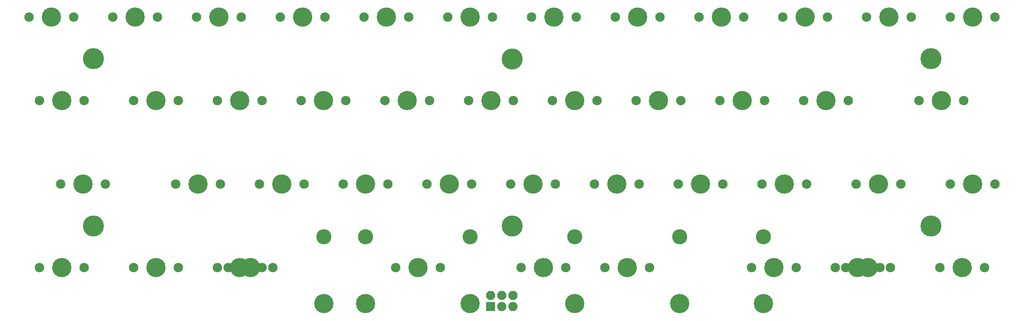
<source format=gts>
G04 #@! TF.FileFunction,Soldermask,Top*
%FSLAX46Y46*%
G04 Gerber Fmt 4.6, Leading zero omitted, Abs format (unit mm)*
G04 Created by KiCad (PCBNEW 4.0.7) date 06/01/18 20:48:48*
%MOMM*%
%LPD*%
G01*
G04 APERTURE LIST*
%ADD10C,0.100000*%
%ADD11C,4.387800*%
%ADD12C,2.150000*%
%ADD13C,4.800000*%
%ADD14R,2.100000X2.100000*%
%ADD15O,2.100000X2.100000*%
%ADD16C,3.448000*%
G04 APERTURE END LIST*
D10*
D11*
X185738000Y-76200000D03*
D12*
X180658000Y-76200000D03*
X190818000Y-76200000D03*
D11*
X83343800Y-95250000D03*
D12*
X78263800Y-95250000D03*
X88423800Y-95250000D03*
D13*
X142890000Y-85730000D03*
X142880000Y-47640000D03*
X238110000Y-85730000D03*
X238120000Y-47620000D03*
X47620000Y-85730000D03*
D14*
X137960000Y-104170000D03*
D15*
X137960000Y-101630000D03*
X140500000Y-104170000D03*
X140500000Y-101630000D03*
X143040000Y-104170000D03*
X143040000Y-101630000D03*
D11*
X38100000Y-38100000D03*
D12*
X33020000Y-38100000D03*
X43180000Y-38100000D03*
D11*
X57150000Y-38100000D03*
D12*
X52070000Y-38100000D03*
X62230000Y-38100000D03*
D11*
X76200000Y-38100000D03*
D12*
X71120000Y-38100000D03*
X81280000Y-38100000D03*
D11*
X95250000Y-38100000D03*
D12*
X90170000Y-38100000D03*
X100330000Y-38100000D03*
D11*
X114300000Y-38100000D03*
D12*
X109220000Y-38100000D03*
X119380000Y-38100000D03*
D11*
X133350000Y-38100000D03*
D12*
X128270000Y-38100000D03*
X138430000Y-38100000D03*
D11*
X152400000Y-38100000D03*
D12*
X157480000Y-38100000D03*
X147320000Y-38100000D03*
D11*
X171450000Y-38100000D03*
D12*
X166370000Y-38100000D03*
X176530000Y-38100000D03*
D11*
X190500000Y-38100000D03*
D12*
X185420000Y-38100000D03*
X195580000Y-38100000D03*
D11*
X209550000Y-38100000D03*
D12*
X204470000Y-38100000D03*
X214630000Y-38100000D03*
D11*
X228600000Y-38100000D03*
D12*
X223520000Y-38100000D03*
X233680000Y-38100000D03*
D11*
X247650000Y-38100000D03*
D12*
X242570000Y-38100000D03*
X252730000Y-38100000D03*
D11*
X40481200Y-57150000D03*
D12*
X35401200Y-57150000D03*
X45561200Y-57150000D03*
D11*
X61912500Y-57150000D03*
D12*
X56832500Y-57150000D03*
X66992500Y-57150000D03*
D11*
X80962500Y-57150000D03*
D12*
X75882500Y-57150000D03*
X86042500Y-57150000D03*
D11*
X100012000Y-57150000D03*
D12*
X94932000Y-57150000D03*
X105092000Y-57150000D03*
D11*
X119062000Y-57150000D03*
D12*
X113982000Y-57150000D03*
X124142000Y-57150000D03*
D11*
X138112000Y-57150000D03*
D12*
X133032000Y-57150000D03*
X143192000Y-57150000D03*
D11*
X157162000Y-57150000D03*
D12*
X152082000Y-57150000D03*
X162242000Y-57150000D03*
D11*
X176212000Y-57150000D03*
D12*
X171132000Y-57150000D03*
X181292000Y-57150000D03*
D11*
X195262000Y-57150000D03*
D12*
X190182000Y-57150000D03*
X200342000Y-57150000D03*
D11*
X214312000Y-57150000D03*
D12*
X209232000Y-57150000D03*
X219392000Y-57150000D03*
D11*
X240506000Y-57150000D03*
D12*
X235426000Y-57150000D03*
X245586000Y-57150000D03*
D11*
X45243800Y-76200000D03*
D12*
X40163800Y-76200000D03*
X50323800Y-76200000D03*
D11*
X71437500Y-76200000D03*
D12*
X66357500Y-76200000D03*
X76517500Y-76200000D03*
D11*
X90487500Y-76200000D03*
D12*
X85407500Y-76200000D03*
X95567500Y-76200000D03*
D11*
X109538000Y-76200000D03*
D12*
X104458000Y-76200000D03*
X114618000Y-76200000D03*
D11*
X128588000Y-76200000D03*
D12*
X123508000Y-76200000D03*
X133668000Y-76200000D03*
D11*
X147638000Y-76200000D03*
D12*
X142558000Y-76200000D03*
X152718000Y-76200000D03*
D11*
X166688000Y-76200000D03*
D12*
X161608000Y-76200000D03*
X171768000Y-76200000D03*
D11*
X204788000Y-76200000D03*
D12*
X199708000Y-76200000D03*
X209868000Y-76200000D03*
D11*
X226219000Y-76200000D03*
D12*
X221139000Y-76200000D03*
X231299000Y-76200000D03*
D11*
X247650000Y-76200000D03*
D12*
X242570000Y-76200000D03*
X252730000Y-76200000D03*
D11*
X40481200Y-95250000D03*
D12*
X35401200Y-95250000D03*
X45561200Y-95250000D03*
D11*
X61912500Y-95250000D03*
D12*
X56832500Y-95250000D03*
X66992500Y-95250000D03*
D11*
X80962500Y-95250000D03*
D12*
X75882500Y-95250000D03*
X86042500Y-95250000D03*
D11*
X121444000Y-95250000D03*
D12*
X116364000Y-95250000D03*
X126524000Y-95250000D03*
D16*
X109537750Y-88265000D03*
X133350250Y-88265000D03*
D11*
X109537750Y-103505000D03*
X133350250Y-103505000D03*
X150019000Y-95250000D03*
D12*
X144939000Y-95250000D03*
X155099000Y-95250000D03*
D16*
X100019100Y-88265000D03*
X200018900Y-88265000D03*
D11*
X100019100Y-103505000D03*
X200018900Y-103505000D03*
X169069000Y-95250000D03*
D12*
X163989000Y-95250000D03*
X174149000Y-95250000D03*
D16*
X157162750Y-88265000D03*
X180975250Y-88265000D03*
D11*
X157162750Y-103505000D03*
X180975250Y-103505000D03*
X202406000Y-95250000D03*
D12*
X197326000Y-95250000D03*
X207486000Y-95250000D03*
D11*
X223838000Y-95250000D03*
D12*
X218758000Y-95250000D03*
X228918000Y-95250000D03*
D11*
X221456000Y-95250000D03*
D12*
X216376000Y-95250000D03*
X226536000Y-95250000D03*
D11*
X245269000Y-95250000D03*
D12*
X240189000Y-95250000D03*
X250349000Y-95250000D03*
D13*
X47625000Y-47625000D03*
M02*

</source>
